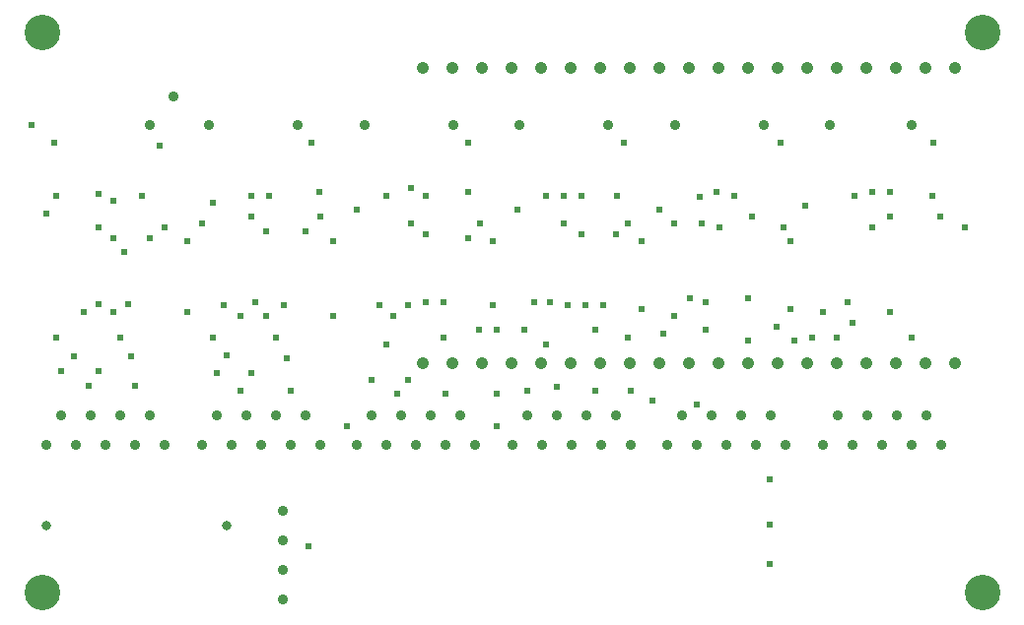
<source format=gbr>
G04 DesignSpark PCB Gerber Version 10.0 Build 5299*
%FSLAX35Y35*%
%MOIN*%
%ADD77C,0.02400*%
%ADD83C,0.03150*%
%ADD79C,0.03500*%
%ADD119C,0.04094*%
%ADD118C,0.12000*%
X0Y0D02*
D02*
D77*
X9000Y171500D03*
X14100Y141500D03*
X16600Y165500D03*
X17400Y99500D03*
Y147500D03*
X19100Y88100D03*
X23400Y93100D03*
X26600Y108100D03*
X28200Y83100D03*
X31600Y88100D03*
Y110600D03*
Y136700D03*
Y148100D03*
X36600Y107900D03*
Y133100D03*
Y145600D03*
X39100Y99500D03*
X40200Y128300D03*
X41600Y110600D03*
X42600Y93100D03*
X44100Y83100D03*
X46200Y147500D03*
X49100Y133100D03*
X52200Y164300D03*
X54100Y136700D03*
X61800Y107900D03*
Y131900D03*
X66600Y137900D03*
X70200Y99500D03*
Y145100D03*
X71600Y87500D03*
X74100Y110300D03*
X75000Y93500D03*
X79800Y81500D03*
Y106700D03*
X83400Y87500D03*
Y140300D03*
Y147500D03*
X84600Y111500D03*
X88200Y106700D03*
Y135500D03*
X89400Y147500D03*
X91600Y99500D03*
X94200Y110300D03*
X95400Y92300D03*
X96600Y81500D03*
X101600Y135500D03*
X102600Y28700D03*
X103800Y165500D03*
X106200Y148700D03*
X106600Y140300D03*
X111000Y106700D03*
Y131900D03*
X115800Y69500D03*
X119100Y142700D03*
X124100Y85100D03*
X126600Y110300D03*
X129000Y147500D03*
X129100Y97100D03*
X131400Y106700D03*
X132600Y80300D03*
X136200Y85100D03*
Y110300D03*
X137400Y137900D03*
Y149900D03*
X142200Y111500D03*
Y134300D03*
Y147500D03*
X148200Y99500D03*
Y111500D03*
X149100Y80300D03*
X156600Y133100D03*
Y148700D03*
Y165500D03*
X160200Y101900D03*
X160600Y137900D03*
X165000Y110300D03*
Y131900D03*
X166200Y69500D03*
Y80300D03*
Y101900D03*
X173400Y142700D03*
X175800Y101900D03*
X176600Y81500D03*
X179100Y111500D03*
X183000Y97100D03*
Y147500D03*
X184200Y111500D03*
X186600Y82700D03*
X189000Y137900D03*
Y147500D03*
X190200Y110300D03*
X195000Y134300D03*
Y147500D03*
X196200Y110300D03*
X199800Y81500D03*
Y101900D03*
X202200Y110300D03*
X206600Y134300D03*
X207000Y147500D03*
X209400Y165500D03*
X210600Y99500D03*
Y137900D03*
X211600Y81500D03*
X215400Y109100D03*
Y131900D03*
X219000Y77900D03*
X221400Y142700D03*
X222600Y100700D03*
X226200Y106700D03*
Y137900D03*
X231600Y112700D03*
X234100Y76700D03*
X235100Y147100D03*
X235800Y137900D03*
X237000Y101900D03*
Y111500D03*
X240600Y148700D03*
X241800Y136700D03*
X246600Y147500D03*
X251400Y98300D03*
Y112700D03*
X252600Y140300D03*
X258600Y22700D03*
Y35900D03*
Y51500D03*
X261000Y103100D03*
X262200Y165500D03*
X263400Y136700D03*
X265800Y109100D03*
Y131900D03*
X267000Y98300D03*
X270600Y143900D03*
X273000Y99500D03*
X276600Y107900D03*
X281400Y99500D03*
X285000Y111500D03*
X286600Y104300D03*
X287400Y147500D03*
X293400Y136700D03*
Y148700D03*
X299400Y107900D03*
Y140300D03*
Y148700D03*
X306600Y99500D03*
X313800Y147500D03*
X314100Y165500D03*
X316200Y140300D03*
X324600Y136700D03*
D02*
D79*
X14100Y63100D03*
X19100Y73100D03*
X24100Y63100D03*
X29100Y73100D03*
X34100Y63100D03*
X39100Y73100D03*
X44100Y63100D03*
X49100Y73100D03*
Y171500D03*
X54100Y63100D03*
X57000Y181100D03*
X66600Y63100D03*
X69100Y171500D03*
X71600Y73100D03*
X76600Y63100D03*
X81600Y73100D03*
X86600Y63100D03*
X91600Y73100D03*
X94100Y10600D03*
Y20600D03*
Y30600D03*
Y40600D03*
X96600Y63100D03*
X99100Y171500D03*
X101600Y73100D03*
X106600Y63100D03*
X119100D03*
X121600Y171500D03*
X124100Y73100D03*
X129100Y63100D03*
X134100Y73100D03*
X139100Y63100D03*
X144100Y73100D03*
X149100Y63100D03*
X151600Y171500D03*
X154100Y73100D03*
X159100Y63100D03*
X171600D03*
X174100Y171500D03*
X176600Y73100D03*
X181600Y63100D03*
X186600Y73100D03*
X191600Y63100D03*
X196600Y73100D03*
X201600Y63100D03*
X204100Y171500D03*
X206600Y73100D03*
X211600Y63100D03*
X224100D03*
X226600Y171500D03*
X229100Y73100D03*
X234100Y63100D03*
X239100Y73100D03*
X244100Y63100D03*
X249100Y73100D03*
X254100Y63100D03*
X256600Y171500D03*
X259100Y73100D03*
X264100Y63100D03*
X276600D03*
X279100Y171500D03*
X281600Y73100D03*
X286600Y63100D03*
X291600Y73100D03*
X296600Y63100D03*
X301600Y73100D03*
X306600Y63100D03*
Y171500D03*
X311600Y73100D03*
X316600Y63100D03*
D02*
D83*
X14100Y35600D03*
X75124D03*
D02*
D118*
X12600Y13100D03*
Y202700D03*
X330600Y13100D03*
Y202700D03*
D02*
D119*
X141305Y90600D03*
Y190600D03*
X151305Y90600D03*
Y190600D03*
X161305Y90600D03*
Y190600D03*
X171305Y90600D03*
Y190600D03*
X181305Y90600D03*
Y190600D03*
X191305Y90600D03*
Y190600D03*
X201305Y90600D03*
Y190600D03*
X211305Y90600D03*
Y190600D03*
X221305Y90600D03*
Y190600D03*
X231305Y90600D03*
Y190600D03*
X241305Y90600D03*
Y190600D03*
X251305Y90600D03*
Y190600D03*
X261305Y90600D03*
Y190600D03*
X271305Y90600D03*
Y190600D03*
X281305Y90600D03*
Y190600D03*
X291305Y90600D03*
Y190600D03*
X301305Y90600D03*
Y190600D03*
X311305Y90600D03*
Y190600D03*
X321305Y90600D03*
Y190600D03*
X0Y0D02*
M02*

</source>
